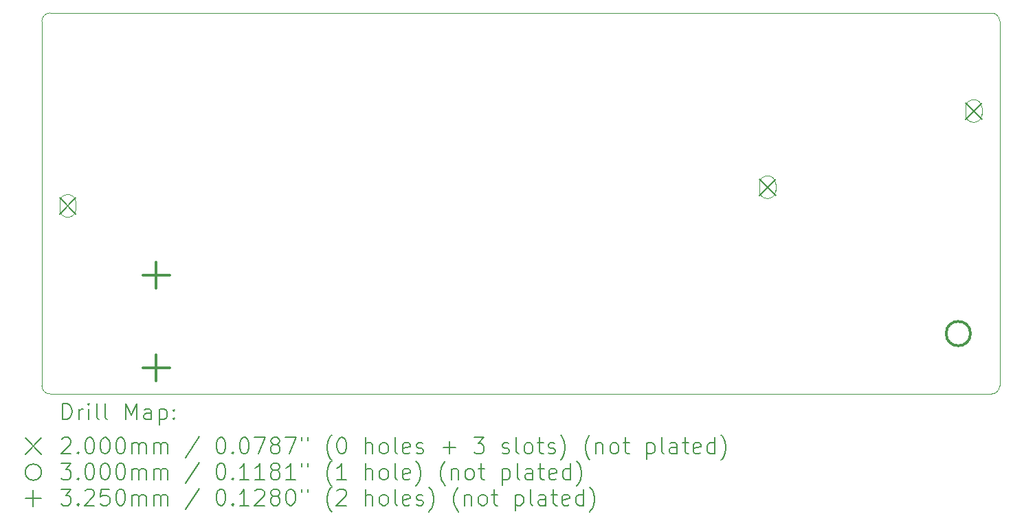
<source format=gbr>
%TF.GenerationSoftware,KiCad,Pcbnew,8.0.2-8.0.2-0~ubuntu22.04.1*%
%TF.CreationDate,2024-04-30T14:53:23+02:00*%
%TF.ProjectId,Drawer_Controller_v4,44726177-6572-45f4-936f-6e74726f6c6c,rev?*%
%TF.SameCoordinates,Original*%
%TF.FileFunction,Drillmap*%
%TF.FilePolarity,Positive*%
%FSLAX45Y45*%
G04 Gerber Fmt 4.5, Leading zero omitted, Abs format (unit mm)*
G04 Created by KiCad (PCBNEW 8.0.2-8.0.2-0~ubuntu22.04.1) date 2024-04-30 14:53:23*
%MOMM*%
%LPD*%
G01*
G04 APERTURE LIST*
%ADD10C,0.100000*%
%ADD11C,0.200000*%
%ADD12C,0.300000*%
%ADD13C,0.325000*%
G04 APERTURE END LIST*
D10*
X10100000Y-10000000D02*
X21700000Y-10000000D01*
X10000000Y-10100000D02*
G75*
G02*
X10100000Y-10000000I100000J0D01*
G01*
X21700000Y-10000000D02*
G75*
G02*
X21800000Y-10100000I0J-100000D01*
G01*
X21800000Y-10100000D02*
X21800000Y-14600000D01*
X10000000Y-10100000D02*
X10000000Y-14600000D01*
X21800000Y-14600000D02*
G75*
G02*
X21700000Y-14700000I-100000J0D01*
G01*
X10100000Y-14700000D02*
X21700000Y-14700000D01*
X10100000Y-14700000D02*
G75*
G02*
X10000000Y-14600000I0J100000D01*
G01*
D11*
X10220000Y-12280000D02*
X10420000Y-12480000D01*
X10420000Y-12280000D02*
X10220000Y-12480000D01*
D10*
X10220000Y-12340000D02*
X10220000Y-12420000D01*
X10420000Y-12420000D02*
G75*
G02*
X10220000Y-12420000I-100000J0D01*
G01*
X10420000Y-12420000D02*
X10420000Y-12340000D01*
X10420000Y-12340000D02*
G75*
G03*
X10220000Y-12340000I-100000J0D01*
G01*
D11*
X18840000Y-12050000D02*
X19040000Y-12250000D01*
X19040000Y-12050000D02*
X18840000Y-12250000D01*
D10*
X19040000Y-12190000D02*
X19040000Y-12110000D01*
X18840000Y-12110000D02*
G75*
G02*
X19040000Y-12110000I100000J0D01*
G01*
X18840000Y-12110000D02*
X18840000Y-12190000D01*
X18840000Y-12190000D02*
G75*
G03*
X19040000Y-12190000I100000J0D01*
G01*
D11*
X21380000Y-11110000D02*
X21580000Y-11310000D01*
X21580000Y-11110000D02*
X21380000Y-11310000D01*
D10*
X21580000Y-11250000D02*
X21580000Y-11170000D01*
X21380000Y-11170000D02*
G75*
G02*
X21580000Y-11170000I100000J0D01*
G01*
X21380000Y-11170000D02*
X21380000Y-11250000D01*
X21380000Y-11250000D02*
G75*
G03*
X21580000Y-11250000I100000J0D01*
G01*
D12*
X21440000Y-13955000D02*
G75*
G02*
X21140000Y-13955000I-150000J0D01*
G01*
X21140000Y-13955000D02*
G75*
G02*
X21440000Y-13955000I150000J0D01*
G01*
D13*
X11410000Y-13075000D02*
X11410000Y-13400000D01*
X11247500Y-13237500D02*
X11572500Y-13237500D01*
X11410000Y-14218000D02*
X11410000Y-14543000D01*
X11247500Y-14380500D02*
X11572500Y-14380500D01*
D11*
X10255777Y-15016484D02*
X10255777Y-14816484D01*
X10255777Y-14816484D02*
X10303396Y-14816484D01*
X10303396Y-14816484D02*
X10331967Y-14826008D01*
X10331967Y-14826008D02*
X10351015Y-14845055D01*
X10351015Y-14845055D02*
X10360539Y-14864103D01*
X10360539Y-14864103D02*
X10370063Y-14902198D01*
X10370063Y-14902198D02*
X10370063Y-14930769D01*
X10370063Y-14930769D02*
X10360539Y-14968865D01*
X10360539Y-14968865D02*
X10351015Y-14987912D01*
X10351015Y-14987912D02*
X10331967Y-15006960D01*
X10331967Y-15006960D02*
X10303396Y-15016484D01*
X10303396Y-15016484D02*
X10255777Y-15016484D01*
X10455777Y-15016484D02*
X10455777Y-14883150D01*
X10455777Y-14921246D02*
X10465301Y-14902198D01*
X10465301Y-14902198D02*
X10474824Y-14892674D01*
X10474824Y-14892674D02*
X10493872Y-14883150D01*
X10493872Y-14883150D02*
X10512920Y-14883150D01*
X10579586Y-15016484D02*
X10579586Y-14883150D01*
X10579586Y-14816484D02*
X10570063Y-14826008D01*
X10570063Y-14826008D02*
X10579586Y-14835531D01*
X10579586Y-14835531D02*
X10589110Y-14826008D01*
X10589110Y-14826008D02*
X10579586Y-14816484D01*
X10579586Y-14816484D02*
X10579586Y-14835531D01*
X10703396Y-15016484D02*
X10684348Y-15006960D01*
X10684348Y-15006960D02*
X10674824Y-14987912D01*
X10674824Y-14987912D02*
X10674824Y-14816484D01*
X10808158Y-15016484D02*
X10789110Y-15006960D01*
X10789110Y-15006960D02*
X10779586Y-14987912D01*
X10779586Y-14987912D02*
X10779586Y-14816484D01*
X11036729Y-15016484D02*
X11036729Y-14816484D01*
X11036729Y-14816484D02*
X11103396Y-14959341D01*
X11103396Y-14959341D02*
X11170063Y-14816484D01*
X11170063Y-14816484D02*
X11170063Y-15016484D01*
X11351015Y-15016484D02*
X11351015Y-14911722D01*
X11351015Y-14911722D02*
X11341491Y-14892674D01*
X11341491Y-14892674D02*
X11322443Y-14883150D01*
X11322443Y-14883150D02*
X11284348Y-14883150D01*
X11284348Y-14883150D02*
X11265301Y-14892674D01*
X11351015Y-15006960D02*
X11331967Y-15016484D01*
X11331967Y-15016484D02*
X11284348Y-15016484D01*
X11284348Y-15016484D02*
X11265301Y-15006960D01*
X11265301Y-15006960D02*
X11255777Y-14987912D01*
X11255777Y-14987912D02*
X11255777Y-14968865D01*
X11255777Y-14968865D02*
X11265301Y-14949817D01*
X11265301Y-14949817D02*
X11284348Y-14940293D01*
X11284348Y-14940293D02*
X11331967Y-14940293D01*
X11331967Y-14940293D02*
X11351015Y-14930769D01*
X11446253Y-14883150D02*
X11446253Y-15083150D01*
X11446253Y-14892674D02*
X11465301Y-14883150D01*
X11465301Y-14883150D02*
X11503396Y-14883150D01*
X11503396Y-14883150D02*
X11522443Y-14892674D01*
X11522443Y-14892674D02*
X11531967Y-14902198D01*
X11531967Y-14902198D02*
X11541491Y-14921246D01*
X11541491Y-14921246D02*
X11541491Y-14978388D01*
X11541491Y-14978388D02*
X11531967Y-14997436D01*
X11531967Y-14997436D02*
X11522443Y-15006960D01*
X11522443Y-15006960D02*
X11503396Y-15016484D01*
X11503396Y-15016484D02*
X11465301Y-15016484D01*
X11465301Y-15016484D02*
X11446253Y-15006960D01*
X11627205Y-14997436D02*
X11636729Y-15006960D01*
X11636729Y-15006960D02*
X11627205Y-15016484D01*
X11627205Y-15016484D02*
X11617682Y-15006960D01*
X11617682Y-15006960D02*
X11627205Y-14997436D01*
X11627205Y-14997436D02*
X11627205Y-15016484D01*
X11627205Y-14892674D02*
X11636729Y-14902198D01*
X11636729Y-14902198D02*
X11627205Y-14911722D01*
X11627205Y-14911722D02*
X11617682Y-14902198D01*
X11617682Y-14902198D02*
X11627205Y-14892674D01*
X11627205Y-14892674D02*
X11627205Y-14911722D01*
X9795000Y-15245000D02*
X9995000Y-15445000D01*
X9995000Y-15245000D02*
X9795000Y-15445000D01*
X10246253Y-15255531D02*
X10255777Y-15246008D01*
X10255777Y-15246008D02*
X10274824Y-15236484D01*
X10274824Y-15236484D02*
X10322444Y-15236484D01*
X10322444Y-15236484D02*
X10341491Y-15246008D01*
X10341491Y-15246008D02*
X10351015Y-15255531D01*
X10351015Y-15255531D02*
X10360539Y-15274579D01*
X10360539Y-15274579D02*
X10360539Y-15293627D01*
X10360539Y-15293627D02*
X10351015Y-15322198D01*
X10351015Y-15322198D02*
X10236729Y-15436484D01*
X10236729Y-15436484D02*
X10360539Y-15436484D01*
X10446253Y-15417436D02*
X10455777Y-15426960D01*
X10455777Y-15426960D02*
X10446253Y-15436484D01*
X10446253Y-15436484D02*
X10436729Y-15426960D01*
X10436729Y-15426960D02*
X10446253Y-15417436D01*
X10446253Y-15417436D02*
X10446253Y-15436484D01*
X10579586Y-15236484D02*
X10598634Y-15236484D01*
X10598634Y-15236484D02*
X10617682Y-15246008D01*
X10617682Y-15246008D02*
X10627205Y-15255531D01*
X10627205Y-15255531D02*
X10636729Y-15274579D01*
X10636729Y-15274579D02*
X10646253Y-15312674D01*
X10646253Y-15312674D02*
X10646253Y-15360293D01*
X10646253Y-15360293D02*
X10636729Y-15398388D01*
X10636729Y-15398388D02*
X10627205Y-15417436D01*
X10627205Y-15417436D02*
X10617682Y-15426960D01*
X10617682Y-15426960D02*
X10598634Y-15436484D01*
X10598634Y-15436484D02*
X10579586Y-15436484D01*
X10579586Y-15436484D02*
X10560539Y-15426960D01*
X10560539Y-15426960D02*
X10551015Y-15417436D01*
X10551015Y-15417436D02*
X10541491Y-15398388D01*
X10541491Y-15398388D02*
X10531967Y-15360293D01*
X10531967Y-15360293D02*
X10531967Y-15312674D01*
X10531967Y-15312674D02*
X10541491Y-15274579D01*
X10541491Y-15274579D02*
X10551015Y-15255531D01*
X10551015Y-15255531D02*
X10560539Y-15246008D01*
X10560539Y-15246008D02*
X10579586Y-15236484D01*
X10770063Y-15236484D02*
X10789110Y-15236484D01*
X10789110Y-15236484D02*
X10808158Y-15246008D01*
X10808158Y-15246008D02*
X10817682Y-15255531D01*
X10817682Y-15255531D02*
X10827205Y-15274579D01*
X10827205Y-15274579D02*
X10836729Y-15312674D01*
X10836729Y-15312674D02*
X10836729Y-15360293D01*
X10836729Y-15360293D02*
X10827205Y-15398388D01*
X10827205Y-15398388D02*
X10817682Y-15417436D01*
X10817682Y-15417436D02*
X10808158Y-15426960D01*
X10808158Y-15426960D02*
X10789110Y-15436484D01*
X10789110Y-15436484D02*
X10770063Y-15436484D01*
X10770063Y-15436484D02*
X10751015Y-15426960D01*
X10751015Y-15426960D02*
X10741491Y-15417436D01*
X10741491Y-15417436D02*
X10731967Y-15398388D01*
X10731967Y-15398388D02*
X10722444Y-15360293D01*
X10722444Y-15360293D02*
X10722444Y-15312674D01*
X10722444Y-15312674D02*
X10731967Y-15274579D01*
X10731967Y-15274579D02*
X10741491Y-15255531D01*
X10741491Y-15255531D02*
X10751015Y-15246008D01*
X10751015Y-15246008D02*
X10770063Y-15236484D01*
X10960539Y-15236484D02*
X10979586Y-15236484D01*
X10979586Y-15236484D02*
X10998634Y-15246008D01*
X10998634Y-15246008D02*
X11008158Y-15255531D01*
X11008158Y-15255531D02*
X11017682Y-15274579D01*
X11017682Y-15274579D02*
X11027205Y-15312674D01*
X11027205Y-15312674D02*
X11027205Y-15360293D01*
X11027205Y-15360293D02*
X11017682Y-15398388D01*
X11017682Y-15398388D02*
X11008158Y-15417436D01*
X11008158Y-15417436D02*
X10998634Y-15426960D01*
X10998634Y-15426960D02*
X10979586Y-15436484D01*
X10979586Y-15436484D02*
X10960539Y-15436484D01*
X10960539Y-15436484D02*
X10941491Y-15426960D01*
X10941491Y-15426960D02*
X10931967Y-15417436D01*
X10931967Y-15417436D02*
X10922444Y-15398388D01*
X10922444Y-15398388D02*
X10912920Y-15360293D01*
X10912920Y-15360293D02*
X10912920Y-15312674D01*
X10912920Y-15312674D02*
X10922444Y-15274579D01*
X10922444Y-15274579D02*
X10931967Y-15255531D01*
X10931967Y-15255531D02*
X10941491Y-15246008D01*
X10941491Y-15246008D02*
X10960539Y-15236484D01*
X11112920Y-15436484D02*
X11112920Y-15303150D01*
X11112920Y-15322198D02*
X11122444Y-15312674D01*
X11122444Y-15312674D02*
X11141491Y-15303150D01*
X11141491Y-15303150D02*
X11170063Y-15303150D01*
X11170063Y-15303150D02*
X11189110Y-15312674D01*
X11189110Y-15312674D02*
X11198634Y-15331722D01*
X11198634Y-15331722D02*
X11198634Y-15436484D01*
X11198634Y-15331722D02*
X11208158Y-15312674D01*
X11208158Y-15312674D02*
X11227205Y-15303150D01*
X11227205Y-15303150D02*
X11255777Y-15303150D01*
X11255777Y-15303150D02*
X11274824Y-15312674D01*
X11274824Y-15312674D02*
X11284348Y-15331722D01*
X11284348Y-15331722D02*
X11284348Y-15436484D01*
X11379586Y-15436484D02*
X11379586Y-15303150D01*
X11379586Y-15322198D02*
X11389110Y-15312674D01*
X11389110Y-15312674D02*
X11408158Y-15303150D01*
X11408158Y-15303150D02*
X11436729Y-15303150D01*
X11436729Y-15303150D02*
X11455777Y-15312674D01*
X11455777Y-15312674D02*
X11465301Y-15331722D01*
X11465301Y-15331722D02*
X11465301Y-15436484D01*
X11465301Y-15331722D02*
X11474824Y-15312674D01*
X11474824Y-15312674D02*
X11493872Y-15303150D01*
X11493872Y-15303150D02*
X11522443Y-15303150D01*
X11522443Y-15303150D02*
X11541491Y-15312674D01*
X11541491Y-15312674D02*
X11551015Y-15331722D01*
X11551015Y-15331722D02*
X11551015Y-15436484D01*
X11941491Y-15226960D02*
X11770063Y-15484103D01*
X12198634Y-15236484D02*
X12217682Y-15236484D01*
X12217682Y-15236484D02*
X12236729Y-15246008D01*
X12236729Y-15246008D02*
X12246253Y-15255531D01*
X12246253Y-15255531D02*
X12255777Y-15274579D01*
X12255777Y-15274579D02*
X12265301Y-15312674D01*
X12265301Y-15312674D02*
X12265301Y-15360293D01*
X12265301Y-15360293D02*
X12255777Y-15398388D01*
X12255777Y-15398388D02*
X12246253Y-15417436D01*
X12246253Y-15417436D02*
X12236729Y-15426960D01*
X12236729Y-15426960D02*
X12217682Y-15436484D01*
X12217682Y-15436484D02*
X12198634Y-15436484D01*
X12198634Y-15436484D02*
X12179586Y-15426960D01*
X12179586Y-15426960D02*
X12170063Y-15417436D01*
X12170063Y-15417436D02*
X12160539Y-15398388D01*
X12160539Y-15398388D02*
X12151015Y-15360293D01*
X12151015Y-15360293D02*
X12151015Y-15312674D01*
X12151015Y-15312674D02*
X12160539Y-15274579D01*
X12160539Y-15274579D02*
X12170063Y-15255531D01*
X12170063Y-15255531D02*
X12179586Y-15246008D01*
X12179586Y-15246008D02*
X12198634Y-15236484D01*
X12351015Y-15417436D02*
X12360539Y-15426960D01*
X12360539Y-15426960D02*
X12351015Y-15436484D01*
X12351015Y-15436484D02*
X12341491Y-15426960D01*
X12341491Y-15426960D02*
X12351015Y-15417436D01*
X12351015Y-15417436D02*
X12351015Y-15436484D01*
X12484348Y-15236484D02*
X12503396Y-15236484D01*
X12503396Y-15236484D02*
X12522444Y-15246008D01*
X12522444Y-15246008D02*
X12531967Y-15255531D01*
X12531967Y-15255531D02*
X12541491Y-15274579D01*
X12541491Y-15274579D02*
X12551015Y-15312674D01*
X12551015Y-15312674D02*
X12551015Y-15360293D01*
X12551015Y-15360293D02*
X12541491Y-15398388D01*
X12541491Y-15398388D02*
X12531967Y-15417436D01*
X12531967Y-15417436D02*
X12522444Y-15426960D01*
X12522444Y-15426960D02*
X12503396Y-15436484D01*
X12503396Y-15436484D02*
X12484348Y-15436484D01*
X12484348Y-15436484D02*
X12465301Y-15426960D01*
X12465301Y-15426960D02*
X12455777Y-15417436D01*
X12455777Y-15417436D02*
X12446253Y-15398388D01*
X12446253Y-15398388D02*
X12436729Y-15360293D01*
X12436729Y-15360293D02*
X12436729Y-15312674D01*
X12436729Y-15312674D02*
X12446253Y-15274579D01*
X12446253Y-15274579D02*
X12455777Y-15255531D01*
X12455777Y-15255531D02*
X12465301Y-15246008D01*
X12465301Y-15246008D02*
X12484348Y-15236484D01*
X12617682Y-15236484D02*
X12751015Y-15236484D01*
X12751015Y-15236484D02*
X12665301Y-15436484D01*
X12855777Y-15322198D02*
X12836729Y-15312674D01*
X12836729Y-15312674D02*
X12827206Y-15303150D01*
X12827206Y-15303150D02*
X12817682Y-15284103D01*
X12817682Y-15284103D02*
X12817682Y-15274579D01*
X12817682Y-15274579D02*
X12827206Y-15255531D01*
X12827206Y-15255531D02*
X12836729Y-15246008D01*
X12836729Y-15246008D02*
X12855777Y-15236484D01*
X12855777Y-15236484D02*
X12893872Y-15236484D01*
X12893872Y-15236484D02*
X12912920Y-15246008D01*
X12912920Y-15246008D02*
X12922444Y-15255531D01*
X12922444Y-15255531D02*
X12931967Y-15274579D01*
X12931967Y-15274579D02*
X12931967Y-15284103D01*
X12931967Y-15284103D02*
X12922444Y-15303150D01*
X12922444Y-15303150D02*
X12912920Y-15312674D01*
X12912920Y-15312674D02*
X12893872Y-15322198D01*
X12893872Y-15322198D02*
X12855777Y-15322198D01*
X12855777Y-15322198D02*
X12836729Y-15331722D01*
X12836729Y-15331722D02*
X12827206Y-15341246D01*
X12827206Y-15341246D02*
X12817682Y-15360293D01*
X12817682Y-15360293D02*
X12817682Y-15398388D01*
X12817682Y-15398388D02*
X12827206Y-15417436D01*
X12827206Y-15417436D02*
X12836729Y-15426960D01*
X12836729Y-15426960D02*
X12855777Y-15436484D01*
X12855777Y-15436484D02*
X12893872Y-15436484D01*
X12893872Y-15436484D02*
X12912920Y-15426960D01*
X12912920Y-15426960D02*
X12922444Y-15417436D01*
X12922444Y-15417436D02*
X12931967Y-15398388D01*
X12931967Y-15398388D02*
X12931967Y-15360293D01*
X12931967Y-15360293D02*
X12922444Y-15341246D01*
X12922444Y-15341246D02*
X12912920Y-15331722D01*
X12912920Y-15331722D02*
X12893872Y-15322198D01*
X12998634Y-15236484D02*
X13131967Y-15236484D01*
X13131967Y-15236484D02*
X13046253Y-15436484D01*
X13198634Y-15236484D02*
X13198634Y-15274579D01*
X13274825Y-15236484D02*
X13274825Y-15274579D01*
X13570063Y-15512674D02*
X13560539Y-15503150D01*
X13560539Y-15503150D02*
X13541491Y-15474579D01*
X13541491Y-15474579D02*
X13531968Y-15455531D01*
X13531968Y-15455531D02*
X13522444Y-15426960D01*
X13522444Y-15426960D02*
X13512920Y-15379341D01*
X13512920Y-15379341D02*
X13512920Y-15341246D01*
X13512920Y-15341246D02*
X13522444Y-15293627D01*
X13522444Y-15293627D02*
X13531968Y-15265055D01*
X13531968Y-15265055D02*
X13541491Y-15246008D01*
X13541491Y-15246008D02*
X13560539Y-15217436D01*
X13560539Y-15217436D02*
X13570063Y-15207912D01*
X13684348Y-15236484D02*
X13703396Y-15236484D01*
X13703396Y-15236484D02*
X13722444Y-15246008D01*
X13722444Y-15246008D02*
X13731968Y-15255531D01*
X13731968Y-15255531D02*
X13741491Y-15274579D01*
X13741491Y-15274579D02*
X13751015Y-15312674D01*
X13751015Y-15312674D02*
X13751015Y-15360293D01*
X13751015Y-15360293D02*
X13741491Y-15398388D01*
X13741491Y-15398388D02*
X13731968Y-15417436D01*
X13731968Y-15417436D02*
X13722444Y-15426960D01*
X13722444Y-15426960D02*
X13703396Y-15436484D01*
X13703396Y-15436484D02*
X13684348Y-15436484D01*
X13684348Y-15436484D02*
X13665301Y-15426960D01*
X13665301Y-15426960D02*
X13655777Y-15417436D01*
X13655777Y-15417436D02*
X13646253Y-15398388D01*
X13646253Y-15398388D02*
X13636729Y-15360293D01*
X13636729Y-15360293D02*
X13636729Y-15312674D01*
X13636729Y-15312674D02*
X13646253Y-15274579D01*
X13646253Y-15274579D02*
X13655777Y-15255531D01*
X13655777Y-15255531D02*
X13665301Y-15246008D01*
X13665301Y-15246008D02*
X13684348Y-15236484D01*
X13989110Y-15436484D02*
X13989110Y-15236484D01*
X14074825Y-15436484D02*
X14074825Y-15331722D01*
X14074825Y-15331722D02*
X14065301Y-15312674D01*
X14065301Y-15312674D02*
X14046253Y-15303150D01*
X14046253Y-15303150D02*
X14017682Y-15303150D01*
X14017682Y-15303150D02*
X13998634Y-15312674D01*
X13998634Y-15312674D02*
X13989110Y-15322198D01*
X14198634Y-15436484D02*
X14179587Y-15426960D01*
X14179587Y-15426960D02*
X14170063Y-15417436D01*
X14170063Y-15417436D02*
X14160539Y-15398388D01*
X14160539Y-15398388D02*
X14160539Y-15341246D01*
X14160539Y-15341246D02*
X14170063Y-15322198D01*
X14170063Y-15322198D02*
X14179587Y-15312674D01*
X14179587Y-15312674D02*
X14198634Y-15303150D01*
X14198634Y-15303150D02*
X14227206Y-15303150D01*
X14227206Y-15303150D02*
X14246253Y-15312674D01*
X14246253Y-15312674D02*
X14255777Y-15322198D01*
X14255777Y-15322198D02*
X14265301Y-15341246D01*
X14265301Y-15341246D02*
X14265301Y-15398388D01*
X14265301Y-15398388D02*
X14255777Y-15417436D01*
X14255777Y-15417436D02*
X14246253Y-15426960D01*
X14246253Y-15426960D02*
X14227206Y-15436484D01*
X14227206Y-15436484D02*
X14198634Y-15436484D01*
X14379587Y-15436484D02*
X14360539Y-15426960D01*
X14360539Y-15426960D02*
X14351015Y-15407912D01*
X14351015Y-15407912D02*
X14351015Y-15236484D01*
X14531968Y-15426960D02*
X14512920Y-15436484D01*
X14512920Y-15436484D02*
X14474825Y-15436484D01*
X14474825Y-15436484D02*
X14455777Y-15426960D01*
X14455777Y-15426960D02*
X14446253Y-15407912D01*
X14446253Y-15407912D02*
X14446253Y-15331722D01*
X14446253Y-15331722D02*
X14455777Y-15312674D01*
X14455777Y-15312674D02*
X14474825Y-15303150D01*
X14474825Y-15303150D02*
X14512920Y-15303150D01*
X14512920Y-15303150D02*
X14531968Y-15312674D01*
X14531968Y-15312674D02*
X14541491Y-15331722D01*
X14541491Y-15331722D02*
X14541491Y-15350769D01*
X14541491Y-15350769D02*
X14446253Y-15369817D01*
X14617682Y-15426960D02*
X14636730Y-15436484D01*
X14636730Y-15436484D02*
X14674825Y-15436484D01*
X14674825Y-15436484D02*
X14693872Y-15426960D01*
X14693872Y-15426960D02*
X14703396Y-15407912D01*
X14703396Y-15407912D02*
X14703396Y-15398388D01*
X14703396Y-15398388D02*
X14693872Y-15379341D01*
X14693872Y-15379341D02*
X14674825Y-15369817D01*
X14674825Y-15369817D02*
X14646253Y-15369817D01*
X14646253Y-15369817D02*
X14627206Y-15360293D01*
X14627206Y-15360293D02*
X14617682Y-15341246D01*
X14617682Y-15341246D02*
X14617682Y-15331722D01*
X14617682Y-15331722D02*
X14627206Y-15312674D01*
X14627206Y-15312674D02*
X14646253Y-15303150D01*
X14646253Y-15303150D02*
X14674825Y-15303150D01*
X14674825Y-15303150D02*
X14693872Y-15312674D01*
X14941492Y-15360293D02*
X15093873Y-15360293D01*
X15017682Y-15436484D02*
X15017682Y-15284103D01*
X15322444Y-15236484D02*
X15446253Y-15236484D01*
X15446253Y-15236484D02*
X15379587Y-15312674D01*
X15379587Y-15312674D02*
X15408158Y-15312674D01*
X15408158Y-15312674D02*
X15427206Y-15322198D01*
X15427206Y-15322198D02*
X15436730Y-15331722D01*
X15436730Y-15331722D02*
X15446253Y-15350769D01*
X15446253Y-15350769D02*
X15446253Y-15398388D01*
X15446253Y-15398388D02*
X15436730Y-15417436D01*
X15436730Y-15417436D02*
X15427206Y-15426960D01*
X15427206Y-15426960D02*
X15408158Y-15436484D01*
X15408158Y-15436484D02*
X15351015Y-15436484D01*
X15351015Y-15436484D02*
X15331968Y-15426960D01*
X15331968Y-15426960D02*
X15322444Y-15417436D01*
X15674825Y-15426960D02*
X15693873Y-15436484D01*
X15693873Y-15436484D02*
X15731968Y-15436484D01*
X15731968Y-15436484D02*
X15751015Y-15426960D01*
X15751015Y-15426960D02*
X15760539Y-15407912D01*
X15760539Y-15407912D02*
X15760539Y-15398388D01*
X15760539Y-15398388D02*
X15751015Y-15379341D01*
X15751015Y-15379341D02*
X15731968Y-15369817D01*
X15731968Y-15369817D02*
X15703396Y-15369817D01*
X15703396Y-15369817D02*
X15684349Y-15360293D01*
X15684349Y-15360293D02*
X15674825Y-15341246D01*
X15674825Y-15341246D02*
X15674825Y-15331722D01*
X15674825Y-15331722D02*
X15684349Y-15312674D01*
X15684349Y-15312674D02*
X15703396Y-15303150D01*
X15703396Y-15303150D02*
X15731968Y-15303150D01*
X15731968Y-15303150D02*
X15751015Y-15312674D01*
X15874825Y-15436484D02*
X15855777Y-15426960D01*
X15855777Y-15426960D02*
X15846254Y-15407912D01*
X15846254Y-15407912D02*
X15846254Y-15236484D01*
X15979587Y-15436484D02*
X15960539Y-15426960D01*
X15960539Y-15426960D02*
X15951015Y-15417436D01*
X15951015Y-15417436D02*
X15941492Y-15398388D01*
X15941492Y-15398388D02*
X15941492Y-15341246D01*
X15941492Y-15341246D02*
X15951015Y-15322198D01*
X15951015Y-15322198D02*
X15960539Y-15312674D01*
X15960539Y-15312674D02*
X15979587Y-15303150D01*
X15979587Y-15303150D02*
X16008158Y-15303150D01*
X16008158Y-15303150D02*
X16027206Y-15312674D01*
X16027206Y-15312674D02*
X16036730Y-15322198D01*
X16036730Y-15322198D02*
X16046254Y-15341246D01*
X16046254Y-15341246D02*
X16046254Y-15398388D01*
X16046254Y-15398388D02*
X16036730Y-15417436D01*
X16036730Y-15417436D02*
X16027206Y-15426960D01*
X16027206Y-15426960D02*
X16008158Y-15436484D01*
X16008158Y-15436484D02*
X15979587Y-15436484D01*
X16103396Y-15303150D02*
X16179587Y-15303150D01*
X16131968Y-15236484D02*
X16131968Y-15407912D01*
X16131968Y-15407912D02*
X16141492Y-15426960D01*
X16141492Y-15426960D02*
X16160539Y-15436484D01*
X16160539Y-15436484D02*
X16179587Y-15436484D01*
X16236730Y-15426960D02*
X16255777Y-15436484D01*
X16255777Y-15436484D02*
X16293873Y-15436484D01*
X16293873Y-15436484D02*
X16312920Y-15426960D01*
X16312920Y-15426960D02*
X16322444Y-15407912D01*
X16322444Y-15407912D02*
X16322444Y-15398388D01*
X16322444Y-15398388D02*
X16312920Y-15379341D01*
X16312920Y-15379341D02*
X16293873Y-15369817D01*
X16293873Y-15369817D02*
X16265301Y-15369817D01*
X16265301Y-15369817D02*
X16246254Y-15360293D01*
X16246254Y-15360293D02*
X16236730Y-15341246D01*
X16236730Y-15341246D02*
X16236730Y-15331722D01*
X16236730Y-15331722D02*
X16246254Y-15312674D01*
X16246254Y-15312674D02*
X16265301Y-15303150D01*
X16265301Y-15303150D02*
X16293873Y-15303150D01*
X16293873Y-15303150D02*
X16312920Y-15312674D01*
X16389111Y-15512674D02*
X16398635Y-15503150D01*
X16398635Y-15503150D02*
X16417682Y-15474579D01*
X16417682Y-15474579D02*
X16427206Y-15455531D01*
X16427206Y-15455531D02*
X16436730Y-15426960D01*
X16436730Y-15426960D02*
X16446254Y-15379341D01*
X16446254Y-15379341D02*
X16446254Y-15341246D01*
X16446254Y-15341246D02*
X16436730Y-15293627D01*
X16436730Y-15293627D02*
X16427206Y-15265055D01*
X16427206Y-15265055D02*
X16417682Y-15246008D01*
X16417682Y-15246008D02*
X16398635Y-15217436D01*
X16398635Y-15217436D02*
X16389111Y-15207912D01*
X16751016Y-15512674D02*
X16741492Y-15503150D01*
X16741492Y-15503150D02*
X16722444Y-15474579D01*
X16722444Y-15474579D02*
X16712920Y-15455531D01*
X16712920Y-15455531D02*
X16703396Y-15426960D01*
X16703396Y-15426960D02*
X16693873Y-15379341D01*
X16693873Y-15379341D02*
X16693873Y-15341246D01*
X16693873Y-15341246D02*
X16703396Y-15293627D01*
X16703396Y-15293627D02*
X16712920Y-15265055D01*
X16712920Y-15265055D02*
X16722444Y-15246008D01*
X16722444Y-15246008D02*
X16741492Y-15217436D01*
X16741492Y-15217436D02*
X16751016Y-15207912D01*
X16827206Y-15303150D02*
X16827206Y-15436484D01*
X16827206Y-15322198D02*
X16836730Y-15312674D01*
X16836730Y-15312674D02*
X16855777Y-15303150D01*
X16855777Y-15303150D02*
X16884349Y-15303150D01*
X16884349Y-15303150D02*
X16903397Y-15312674D01*
X16903397Y-15312674D02*
X16912920Y-15331722D01*
X16912920Y-15331722D02*
X16912920Y-15436484D01*
X17036730Y-15436484D02*
X17017682Y-15426960D01*
X17017682Y-15426960D02*
X17008158Y-15417436D01*
X17008158Y-15417436D02*
X16998635Y-15398388D01*
X16998635Y-15398388D02*
X16998635Y-15341246D01*
X16998635Y-15341246D02*
X17008158Y-15322198D01*
X17008158Y-15322198D02*
X17017682Y-15312674D01*
X17017682Y-15312674D02*
X17036730Y-15303150D01*
X17036730Y-15303150D02*
X17065301Y-15303150D01*
X17065301Y-15303150D02*
X17084349Y-15312674D01*
X17084349Y-15312674D02*
X17093873Y-15322198D01*
X17093873Y-15322198D02*
X17103397Y-15341246D01*
X17103397Y-15341246D02*
X17103397Y-15398388D01*
X17103397Y-15398388D02*
X17093873Y-15417436D01*
X17093873Y-15417436D02*
X17084349Y-15426960D01*
X17084349Y-15426960D02*
X17065301Y-15436484D01*
X17065301Y-15436484D02*
X17036730Y-15436484D01*
X17160539Y-15303150D02*
X17236730Y-15303150D01*
X17189111Y-15236484D02*
X17189111Y-15407912D01*
X17189111Y-15407912D02*
X17198635Y-15426960D01*
X17198635Y-15426960D02*
X17217682Y-15436484D01*
X17217682Y-15436484D02*
X17236730Y-15436484D01*
X17455778Y-15303150D02*
X17455778Y-15503150D01*
X17455778Y-15312674D02*
X17474825Y-15303150D01*
X17474825Y-15303150D02*
X17512920Y-15303150D01*
X17512920Y-15303150D02*
X17531968Y-15312674D01*
X17531968Y-15312674D02*
X17541492Y-15322198D01*
X17541492Y-15322198D02*
X17551016Y-15341246D01*
X17551016Y-15341246D02*
X17551016Y-15398388D01*
X17551016Y-15398388D02*
X17541492Y-15417436D01*
X17541492Y-15417436D02*
X17531968Y-15426960D01*
X17531968Y-15426960D02*
X17512920Y-15436484D01*
X17512920Y-15436484D02*
X17474825Y-15436484D01*
X17474825Y-15436484D02*
X17455778Y-15426960D01*
X17665301Y-15436484D02*
X17646254Y-15426960D01*
X17646254Y-15426960D02*
X17636730Y-15407912D01*
X17636730Y-15407912D02*
X17636730Y-15236484D01*
X17827206Y-15436484D02*
X17827206Y-15331722D01*
X17827206Y-15331722D02*
X17817682Y-15312674D01*
X17817682Y-15312674D02*
X17798635Y-15303150D01*
X17798635Y-15303150D02*
X17760539Y-15303150D01*
X17760539Y-15303150D02*
X17741492Y-15312674D01*
X17827206Y-15426960D02*
X17808159Y-15436484D01*
X17808159Y-15436484D02*
X17760539Y-15436484D01*
X17760539Y-15436484D02*
X17741492Y-15426960D01*
X17741492Y-15426960D02*
X17731968Y-15407912D01*
X17731968Y-15407912D02*
X17731968Y-15388865D01*
X17731968Y-15388865D02*
X17741492Y-15369817D01*
X17741492Y-15369817D02*
X17760539Y-15360293D01*
X17760539Y-15360293D02*
X17808159Y-15360293D01*
X17808159Y-15360293D02*
X17827206Y-15350769D01*
X17893873Y-15303150D02*
X17970063Y-15303150D01*
X17922444Y-15236484D02*
X17922444Y-15407912D01*
X17922444Y-15407912D02*
X17931968Y-15426960D01*
X17931968Y-15426960D02*
X17951016Y-15436484D01*
X17951016Y-15436484D02*
X17970063Y-15436484D01*
X18112920Y-15426960D02*
X18093873Y-15436484D01*
X18093873Y-15436484D02*
X18055778Y-15436484D01*
X18055778Y-15436484D02*
X18036730Y-15426960D01*
X18036730Y-15426960D02*
X18027206Y-15407912D01*
X18027206Y-15407912D02*
X18027206Y-15331722D01*
X18027206Y-15331722D02*
X18036730Y-15312674D01*
X18036730Y-15312674D02*
X18055778Y-15303150D01*
X18055778Y-15303150D02*
X18093873Y-15303150D01*
X18093873Y-15303150D02*
X18112920Y-15312674D01*
X18112920Y-15312674D02*
X18122444Y-15331722D01*
X18122444Y-15331722D02*
X18122444Y-15350769D01*
X18122444Y-15350769D02*
X18027206Y-15369817D01*
X18293873Y-15436484D02*
X18293873Y-15236484D01*
X18293873Y-15426960D02*
X18274825Y-15436484D01*
X18274825Y-15436484D02*
X18236730Y-15436484D01*
X18236730Y-15436484D02*
X18217682Y-15426960D01*
X18217682Y-15426960D02*
X18208159Y-15417436D01*
X18208159Y-15417436D02*
X18198635Y-15398388D01*
X18198635Y-15398388D02*
X18198635Y-15341246D01*
X18198635Y-15341246D02*
X18208159Y-15322198D01*
X18208159Y-15322198D02*
X18217682Y-15312674D01*
X18217682Y-15312674D02*
X18236730Y-15303150D01*
X18236730Y-15303150D02*
X18274825Y-15303150D01*
X18274825Y-15303150D02*
X18293873Y-15312674D01*
X18370063Y-15512674D02*
X18379587Y-15503150D01*
X18379587Y-15503150D02*
X18398635Y-15474579D01*
X18398635Y-15474579D02*
X18408159Y-15455531D01*
X18408159Y-15455531D02*
X18417682Y-15426960D01*
X18417682Y-15426960D02*
X18427206Y-15379341D01*
X18427206Y-15379341D02*
X18427206Y-15341246D01*
X18427206Y-15341246D02*
X18417682Y-15293627D01*
X18417682Y-15293627D02*
X18408159Y-15265055D01*
X18408159Y-15265055D02*
X18398635Y-15246008D01*
X18398635Y-15246008D02*
X18379587Y-15217436D01*
X18379587Y-15217436D02*
X18370063Y-15207912D01*
X9995000Y-15665000D02*
G75*
G02*
X9795000Y-15665000I-100000J0D01*
G01*
X9795000Y-15665000D02*
G75*
G02*
X9995000Y-15665000I100000J0D01*
G01*
X10236729Y-15556484D02*
X10360539Y-15556484D01*
X10360539Y-15556484D02*
X10293872Y-15632674D01*
X10293872Y-15632674D02*
X10322444Y-15632674D01*
X10322444Y-15632674D02*
X10341491Y-15642198D01*
X10341491Y-15642198D02*
X10351015Y-15651722D01*
X10351015Y-15651722D02*
X10360539Y-15670769D01*
X10360539Y-15670769D02*
X10360539Y-15718388D01*
X10360539Y-15718388D02*
X10351015Y-15737436D01*
X10351015Y-15737436D02*
X10341491Y-15746960D01*
X10341491Y-15746960D02*
X10322444Y-15756484D01*
X10322444Y-15756484D02*
X10265301Y-15756484D01*
X10265301Y-15756484D02*
X10246253Y-15746960D01*
X10246253Y-15746960D02*
X10236729Y-15737436D01*
X10446253Y-15737436D02*
X10455777Y-15746960D01*
X10455777Y-15746960D02*
X10446253Y-15756484D01*
X10446253Y-15756484D02*
X10436729Y-15746960D01*
X10436729Y-15746960D02*
X10446253Y-15737436D01*
X10446253Y-15737436D02*
X10446253Y-15756484D01*
X10579586Y-15556484D02*
X10598634Y-15556484D01*
X10598634Y-15556484D02*
X10617682Y-15566008D01*
X10617682Y-15566008D02*
X10627205Y-15575531D01*
X10627205Y-15575531D02*
X10636729Y-15594579D01*
X10636729Y-15594579D02*
X10646253Y-15632674D01*
X10646253Y-15632674D02*
X10646253Y-15680293D01*
X10646253Y-15680293D02*
X10636729Y-15718388D01*
X10636729Y-15718388D02*
X10627205Y-15737436D01*
X10627205Y-15737436D02*
X10617682Y-15746960D01*
X10617682Y-15746960D02*
X10598634Y-15756484D01*
X10598634Y-15756484D02*
X10579586Y-15756484D01*
X10579586Y-15756484D02*
X10560539Y-15746960D01*
X10560539Y-15746960D02*
X10551015Y-15737436D01*
X10551015Y-15737436D02*
X10541491Y-15718388D01*
X10541491Y-15718388D02*
X10531967Y-15680293D01*
X10531967Y-15680293D02*
X10531967Y-15632674D01*
X10531967Y-15632674D02*
X10541491Y-15594579D01*
X10541491Y-15594579D02*
X10551015Y-15575531D01*
X10551015Y-15575531D02*
X10560539Y-15566008D01*
X10560539Y-15566008D02*
X10579586Y-15556484D01*
X10770063Y-15556484D02*
X10789110Y-15556484D01*
X10789110Y-15556484D02*
X10808158Y-15566008D01*
X10808158Y-15566008D02*
X10817682Y-15575531D01*
X10817682Y-15575531D02*
X10827205Y-15594579D01*
X10827205Y-15594579D02*
X10836729Y-15632674D01*
X10836729Y-15632674D02*
X10836729Y-15680293D01*
X10836729Y-15680293D02*
X10827205Y-15718388D01*
X10827205Y-15718388D02*
X10817682Y-15737436D01*
X10817682Y-15737436D02*
X10808158Y-15746960D01*
X10808158Y-15746960D02*
X10789110Y-15756484D01*
X10789110Y-15756484D02*
X10770063Y-15756484D01*
X10770063Y-15756484D02*
X10751015Y-15746960D01*
X10751015Y-15746960D02*
X10741491Y-15737436D01*
X10741491Y-15737436D02*
X10731967Y-15718388D01*
X10731967Y-15718388D02*
X10722444Y-15680293D01*
X10722444Y-15680293D02*
X10722444Y-15632674D01*
X10722444Y-15632674D02*
X10731967Y-15594579D01*
X10731967Y-15594579D02*
X10741491Y-15575531D01*
X10741491Y-15575531D02*
X10751015Y-15566008D01*
X10751015Y-15566008D02*
X10770063Y-15556484D01*
X10960539Y-15556484D02*
X10979586Y-15556484D01*
X10979586Y-15556484D02*
X10998634Y-15566008D01*
X10998634Y-15566008D02*
X11008158Y-15575531D01*
X11008158Y-15575531D02*
X11017682Y-15594579D01*
X11017682Y-15594579D02*
X11027205Y-15632674D01*
X11027205Y-15632674D02*
X11027205Y-15680293D01*
X11027205Y-15680293D02*
X11017682Y-15718388D01*
X11017682Y-15718388D02*
X11008158Y-15737436D01*
X11008158Y-15737436D02*
X10998634Y-15746960D01*
X10998634Y-15746960D02*
X10979586Y-15756484D01*
X10979586Y-15756484D02*
X10960539Y-15756484D01*
X10960539Y-15756484D02*
X10941491Y-15746960D01*
X10941491Y-15746960D02*
X10931967Y-15737436D01*
X10931967Y-15737436D02*
X10922444Y-15718388D01*
X10922444Y-15718388D02*
X10912920Y-15680293D01*
X10912920Y-15680293D02*
X10912920Y-15632674D01*
X10912920Y-15632674D02*
X10922444Y-15594579D01*
X10922444Y-15594579D02*
X10931967Y-15575531D01*
X10931967Y-15575531D02*
X10941491Y-15566008D01*
X10941491Y-15566008D02*
X10960539Y-15556484D01*
X11112920Y-15756484D02*
X11112920Y-15623150D01*
X11112920Y-15642198D02*
X11122444Y-15632674D01*
X11122444Y-15632674D02*
X11141491Y-15623150D01*
X11141491Y-15623150D02*
X11170063Y-15623150D01*
X11170063Y-15623150D02*
X11189110Y-15632674D01*
X11189110Y-15632674D02*
X11198634Y-15651722D01*
X11198634Y-15651722D02*
X11198634Y-15756484D01*
X11198634Y-15651722D02*
X11208158Y-15632674D01*
X11208158Y-15632674D02*
X11227205Y-15623150D01*
X11227205Y-15623150D02*
X11255777Y-15623150D01*
X11255777Y-15623150D02*
X11274824Y-15632674D01*
X11274824Y-15632674D02*
X11284348Y-15651722D01*
X11284348Y-15651722D02*
X11284348Y-15756484D01*
X11379586Y-15756484D02*
X11379586Y-15623150D01*
X11379586Y-15642198D02*
X11389110Y-15632674D01*
X11389110Y-15632674D02*
X11408158Y-15623150D01*
X11408158Y-15623150D02*
X11436729Y-15623150D01*
X11436729Y-15623150D02*
X11455777Y-15632674D01*
X11455777Y-15632674D02*
X11465301Y-15651722D01*
X11465301Y-15651722D02*
X11465301Y-15756484D01*
X11465301Y-15651722D02*
X11474824Y-15632674D01*
X11474824Y-15632674D02*
X11493872Y-15623150D01*
X11493872Y-15623150D02*
X11522443Y-15623150D01*
X11522443Y-15623150D02*
X11541491Y-15632674D01*
X11541491Y-15632674D02*
X11551015Y-15651722D01*
X11551015Y-15651722D02*
X11551015Y-15756484D01*
X11941491Y-15546960D02*
X11770063Y-15804103D01*
X12198634Y-15556484D02*
X12217682Y-15556484D01*
X12217682Y-15556484D02*
X12236729Y-15566008D01*
X12236729Y-15566008D02*
X12246253Y-15575531D01*
X12246253Y-15575531D02*
X12255777Y-15594579D01*
X12255777Y-15594579D02*
X12265301Y-15632674D01*
X12265301Y-15632674D02*
X12265301Y-15680293D01*
X12265301Y-15680293D02*
X12255777Y-15718388D01*
X12255777Y-15718388D02*
X12246253Y-15737436D01*
X12246253Y-15737436D02*
X12236729Y-15746960D01*
X12236729Y-15746960D02*
X12217682Y-15756484D01*
X12217682Y-15756484D02*
X12198634Y-15756484D01*
X12198634Y-15756484D02*
X12179586Y-15746960D01*
X12179586Y-15746960D02*
X12170063Y-15737436D01*
X12170063Y-15737436D02*
X12160539Y-15718388D01*
X12160539Y-15718388D02*
X12151015Y-15680293D01*
X12151015Y-15680293D02*
X12151015Y-15632674D01*
X12151015Y-15632674D02*
X12160539Y-15594579D01*
X12160539Y-15594579D02*
X12170063Y-15575531D01*
X12170063Y-15575531D02*
X12179586Y-15566008D01*
X12179586Y-15566008D02*
X12198634Y-15556484D01*
X12351015Y-15737436D02*
X12360539Y-15746960D01*
X12360539Y-15746960D02*
X12351015Y-15756484D01*
X12351015Y-15756484D02*
X12341491Y-15746960D01*
X12341491Y-15746960D02*
X12351015Y-15737436D01*
X12351015Y-15737436D02*
X12351015Y-15756484D01*
X12551015Y-15756484D02*
X12436729Y-15756484D01*
X12493872Y-15756484D02*
X12493872Y-15556484D01*
X12493872Y-15556484D02*
X12474825Y-15585055D01*
X12474825Y-15585055D02*
X12455777Y-15604103D01*
X12455777Y-15604103D02*
X12436729Y-15613627D01*
X12741491Y-15756484D02*
X12627206Y-15756484D01*
X12684348Y-15756484D02*
X12684348Y-15556484D01*
X12684348Y-15556484D02*
X12665301Y-15585055D01*
X12665301Y-15585055D02*
X12646253Y-15604103D01*
X12646253Y-15604103D02*
X12627206Y-15613627D01*
X12855777Y-15642198D02*
X12836729Y-15632674D01*
X12836729Y-15632674D02*
X12827206Y-15623150D01*
X12827206Y-15623150D02*
X12817682Y-15604103D01*
X12817682Y-15604103D02*
X12817682Y-15594579D01*
X12817682Y-15594579D02*
X12827206Y-15575531D01*
X12827206Y-15575531D02*
X12836729Y-15566008D01*
X12836729Y-15566008D02*
X12855777Y-15556484D01*
X12855777Y-15556484D02*
X12893872Y-15556484D01*
X12893872Y-15556484D02*
X12912920Y-15566008D01*
X12912920Y-15566008D02*
X12922444Y-15575531D01*
X12922444Y-15575531D02*
X12931967Y-15594579D01*
X12931967Y-15594579D02*
X12931967Y-15604103D01*
X12931967Y-15604103D02*
X12922444Y-15623150D01*
X12922444Y-15623150D02*
X12912920Y-15632674D01*
X12912920Y-15632674D02*
X12893872Y-15642198D01*
X12893872Y-15642198D02*
X12855777Y-15642198D01*
X12855777Y-15642198D02*
X12836729Y-15651722D01*
X12836729Y-15651722D02*
X12827206Y-15661246D01*
X12827206Y-15661246D02*
X12817682Y-15680293D01*
X12817682Y-15680293D02*
X12817682Y-15718388D01*
X12817682Y-15718388D02*
X12827206Y-15737436D01*
X12827206Y-15737436D02*
X12836729Y-15746960D01*
X12836729Y-15746960D02*
X12855777Y-15756484D01*
X12855777Y-15756484D02*
X12893872Y-15756484D01*
X12893872Y-15756484D02*
X12912920Y-15746960D01*
X12912920Y-15746960D02*
X12922444Y-15737436D01*
X12922444Y-15737436D02*
X12931967Y-15718388D01*
X12931967Y-15718388D02*
X12931967Y-15680293D01*
X12931967Y-15680293D02*
X12922444Y-15661246D01*
X12922444Y-15661246D02*
X12912920Y-15651722D01*
X12912920Y-15651722D02*
X12893872Y-15642198D01*
X13122444Y-15756484D02*
X13008158Y-15756484D01*
X13065301Y-15756484D02*
X13065301Y-15556484D01*
X13065301Y-15556484D02*
X13046253Y-15585055D01*
X13046253Y-15585055D02*
X13027206Y-15604103D01*
X13027206Y-15604103D02*
X13008158Y-15613627D01*
X13198634Y-15556484D02*
X13198634Y-15594579D01*
X13274825Y-15556484D02*
X13274825Y-15594579D01*
X13570063Y-15832674D02*
X13560539Y-15823150D01*
X13560539Y-15823150D02*
X13541491Y-15794579D01*
X13541491Y-15794579D02*
X13531968Y-15775531D01*
X13531968Y-15775531D02*
X13522444Y-15746960D01*
X13522444Y-15746960D02*
X13512920Y-15699341D01*
X13512920Y-15699341D02*
X13512920Y-15661246D01*
X13512920Y-15661246D02*
X13522444Y-15613627D01*
X13522444Y-15613627D02*
X13531968Y-15585055D01*
X13531968Y-15585055D02*
X13541491Y-15566008D01*
X13541491Y-15566008D02*
X13560539Y-15537436D01*
X13560539Y-15537436D02*
X13570063Y-15527912D01*
X13751015Y-15756484D02*
X13636729Y-15756484D01*
X13693872Y-15756484D02*
X13693872Y-15556484D01*
X13693872Y-15556484D02*
X13674825Y-15585055D01*
X13674825Y-15585055D02*
X13655777Y-15604103D01*
X13655777Y-15604103D02*
X13636729Y-15613627D01*
X13989110Y-15756484D02*
X13989110Y-15556484D01*
X14074825Y-15756484D02*
X14074825Y-15651722D01*
X14074825Y-15651722D02*
X14065301Y-15632674D01*
X14065301Y-15632674D02*
X14046253Y-15623150D01*
X14046253Y-15623150D02*
X14017682Y-15623150D01*
X14017682Y-15623150D02*
X13998634Y-15632674D01*
X13998634Y-15632674D02*
X13989110Y-15642198D01*
X14198634Y-15756484D02*
X14179587Y-15746960D01*
X14179587Y-15746960D02*
X14170063Y-15737436D01*
X14170063Y-15737436D02*
X14160539Y-15718388D01*
X14160539Y-15718388D02*
X14160539Y-15661246D01*
X14160539Y-15661246D02*
X14170063Y-15642198D01*
X14170063Y-15642198D02*
X14179587Y-15632674D01*
X14179587Y-15632674D02*
X14198634Y-15623150D01*
X14198634Y-15623150D02*
X14227206Y-15623150D01*
X14227206Y-15623150D02*
X14246253Y-15632674D01*
X14246253Y-15632674D02*
X14255777Y-15642198D01*
X14255777Y-15642198D02*
X14265301Y-15661246D01*
X14265301Y-15661246D02*
X14265301Y-15718388D01*
X14265301Y-15718388D02*
X14255777Y-15737436D01*
X14255777Y-15737436D02*
X14246253Y-15746960D01*
X14246253Y-15746960D02*
X14227206Y-15756484D01*
X14227206Y-15756484D02*
X14198634Y-15756484D01*
X14379587Y-15756484D02*
X14360539Y-15746960D01*
X14360539Y-15746960D02*
X14351015Y-15727912D01*
X14351015Y-15727912D02*
X14351015Y-15556484D01*
X14531968Y-15746960D02*
X14512920Y-15756484D01*
X14512920Y-15756484D02*
X14474825Y-15756484D01*
X14474825Y-15756484D02*
X14455777Y-15746960D01*
X14455777Y-15746960D02*
X14446253Y-15727912D01*
X14446253Y-15727912D02*
X14446253Y-15651722D01*
X14446253Y-15651722D02*
X14455777Y-15632674D01*
X14455777Y-15632674D02*
X14474825Y-15623150D01*
X14474825Y-15623150D02*
X14512920Y-15623150D01*
X14512920Y-15623150D02*
X14531968Y-15632674D01*
X14531968Y-15632674D02*
X14541491Y-15651722D01*
X14541491Y-15651722D02*
X14541491Y-15670769D01*
X14541491Y-15670769D02*
X14446253Y-15689817D01*
X14608158Y-15832674D02*
X14617682Y-15823150D01*
X14617682Y-15823150D02*
X14636730Y-15794579D01*
X14636730Y-15794579D02*
X14646253Y-15775531D01*
X14646253Y-15775531D02*
X14655777Y-15746960D01*
X14655777Y-15746960D02*
X14665301Y-15699341D01*
X14665301Y-15699341D02*
X14665301Y-15661246D01*
X14665301Y-15661246D02*
X14655777Y-15613627D01*
X14655777Y-15613627D02*
X14646253Y-15585055D01*
X14646253Y-15585055D02*
X14636730Y-15566008D01*
X14636730Y-15566008D02*
X14617682Y-15537436D01*
X14617682Y-15537436D02*
X14608158Y-15527912D01*
X14970063Y-15832674D02*
X14960539Y-15823150D01*
X14960539Y-15823150D02*
X14941491Y-15794579D01*
X14941491Y-15794579D02*
X14931968Y-15775531D01*
X14931968Y-15775531D02*
X14922444Y-15746960D01*
X14922444Y-15746960D02*
X14912920Y-15699341D01*
X14912920Y-15699341D02*
X14912920Y-15661246D01*
X14912920Y-15661246D02*
X14922444Y-15613627D01*
X14922444Y-15613627D02*
X14931968Y-15585055D01*
X14931968Y-15585055D02*
X14941491Y-15566008D01*
X14941491Y-15566008D02*
X14960539Y-15537436D01*
X14960539Y-15537436D02*
X14970063Y-15527912D01*
X15046253Y-15623150D02*
X15046253Y-15756484D01*
X15046253Y-15642198D02*
X15055777Y-15632674D01*
X15055777Y-15632674D02*
X15074825Y-15623150D01*
X15074825Y-15623150D02*
X15103396Y-15623150D01*
X15103396Y-15623150D02*
X15122444Y-15632674D01*
X15122444Y-15632674D02*
X15131968Y-15651722D01*
X15131968Y-15651722D02*
X15131968Y-15756484D01*
X15255777Y-15756484D02*
X15236730Y-15746960D01*
X15236730Y-15746960D02*
X15227206Y-15737436D01*
X15227206Y-15737436D02*
X15217682Y-15718388D01*
X15217682Y-15718388D02*
X15217682Y-15661246D01*
X15217682Y-15661246D02*
X15227206Y-15642198D01*
X15227206Y-15642198D02*
X15236730Y-15632674D01*
X15236730Y-15632674D02*
X15255777Y-15623150D01*
X15255777Y-15623150D02*
X15284349Y-15623150D01*
X15284349Y-15623150D02*
X15303396Y-15632674D01*
X15303396Y-15632674D02*
X15312920Y-15642198D01*
X15312920Y-15642198D02*
X15322444Y-15661246D01*
X15322444Y-15661246D02*
X15322444Y-15718388D01*
X15322444Y-15718388D02*
X15312920Y-15737436D01*
X15312920Y-15737436D02*
X15303396Y-15746960D01*
X15303396Y-15746960D02*
X15284349Y-15756484D01*
X15284349Y-15756484D02*
X15255777Y-15756484D01*
X15379587Y-15623150D02*
X15455777Y-15623150D01*
X15408158Y-15556484D02*
X15408158Y-15727912D01*
X15408158Y-15727912D02*
X15417682Y-15746960D01*
X15417682Y-15746960D02*
X15436730Y-15756484D01*
X15436730Y-15756484D02*
X15455777Y-15756484D01*
X15674825Y-15623150D02*
X15674825Y-15823150D01*
X15674825Y-15632674D02*
X15693872Y-15623150D01*
X15693872Y-15623150D02*
X15731968Y-15623150D01*
X15731968Y-15623150D02*
X15751015Y-15632674D01*
X15751015Y-15632674D02*
X15760539Y-15642198D01*
X15760539Y-15642198D02*
X15770063Y-15661246D01*
X15770063Y-15661246D02*
X15770063Y-15718388D01*
X15770063Y-15718388D02*
X15760539Y-15737436D01*
X15760539Y-15737436D02*
X15751015Y-15746960D01*
X15751015Y-15746960D02*
X15731968Y-15756484D01*
X15731968Y-15756484D02*
X15693872Y-15756484D01*
X15693872Y-15756484D02*
X15674825Y-15746960D01*
X15884349Y-15756484D02*
X15865301Y-15746960D01*
X15865301Y-15746960D02*
X15855777Y-15727912D01*
X15855777Y-15727912D02*
X15855777Y-15556484D01*
X16046253Y-15756484D02*
X16046253Y-15651722D01*
X16046253Y-15651722D02*
X16036730Y-15632674D01*
X16036730Y-15632674D02*
X16017682Y-15623150D01*
X16017682Y-15623150D02*
X15979587Y-15623150D01*
X15979587Y-15623150D02*
X15960539Y-15632674D01*
X16046253Y-15746960D02*
X16027206Y-15756484D01*
X16027206Y-15756484D02*
X15979587Y-15756484D01*
X15979587Y-15756484D02*
X15960539Y-15746960D01*
X15960539Y-15746960D02*
X15951015Y-15727912D01*
X15951015Y-15727912D02*
X15951015Y-15708865D01*
X15951015Y-15708865D02*
X15960539Y-15689817D01*
X15960539Y-15689817D02*
X15979587Y-15680293D01*
X15979587Y-15680293D02*
X16027206Y-15680293D01*
X16027206Y-15680293D02*
X16046253Y-15670769D01*
X16112920Y-15623150D02*
X16189111Y-15623150D01*
X16141492Y-15556484D02*
X16141492Y-15727912D01*
X16141492Y-15727912D02*
X16151015Y-15746960D01*
X16151015Y-15746960D02*
X16170063Y-15756484D01*
X16170063Y-15756484D02*
X16189111Y-15756484D01*
X16331968Y-15746960D02*
X16312920Y-15756484D01*
X16312920Y-15756484D02*
X16274825Y-15756484D01*
X16274825Y-15756484D02*
X16255777Y-15746960D01*
X16255777Y-15746960D02*
X16246253Y-15727912D01*
X16246253Y-15727912D02*
X16246253Y-15651722D01*
X16246253Y-15651722D02*
X16255777Y-15632674D01*
X16255777Y-15632674D02*
X16274825Y-15623150D01*
X16274825Y-15623150D02*
X16312920Y-15623150D01*
X16312920Y-15623150D02*
X16331968Y-15632674D01*
X16331968Y-15632674D02*
X16341492Y-15651722D01*
X16341492Y-15651722D02*
X16341492Y-15670769D01*
X16341492Y-15670769D02*
X16246253Y-15689817D01*
X16512920Y-15756484D02*
X16512920Y-15556484D01*
X16512920Y-15746960D02*
X16493873Y-15756484D01*
X16493873Y-15756484D02*
X16455777Y-15756484D01*
X16455777Y-15756484D02*
X16436730Y-15746960D01*
X16436730Y-15746960D02*
X16427206Y-15737436D01*
X16427206Y-15737436D02*
X16417682Y-15718388D01*
X16417682Y-15718388D02*
X16417682Y-15661246D01*
X16417682Y-15661246D02*
X16427206Y-15642198D01*
X16427206Y-15642198D02*
X16436730Y-15632674D01*
X16436730Y-15632674D02*
X16455777Y-15623150D01*
X16455777Y-15623150D02*
X16493873Y-15623150D01*
X16493873Y-15623150D02*
X16512920Y-15632674D01*
X16589111Y-15832674D02*
X16598634Y-15823150D01*
X16598634Y-15823150D02*
X16617682Y-15794579D01*
X16617682Y-15794579D02*
X16627206Y-15775531D01*
X16627206Y-15775531D02*
X16636730Y-15746960D01*
X16636730Y-15746960D02*
X16646253Y-15699341D01*
X16646253Y-15699341D02*
X16646253Y-15661246D01*
X16646253Y-15661246D02*
X16636730Y-15613627D01*
X16636730Y-15613627D02*
X16627206Y-15585055D01*
X16627206Y-15585055D02*
X16617682Y-15566008D01*
X16617682Y-15566008D02*
X16598634Y-15537436D01*
X16598634Y-15537436D02*
X16589111Y-15527912D01*
X9895000Y-15885000D02*
X9895000Y-16085000D01*
X9795000Y-15985000D02*
X9995000Y-15985000D01*
X10236729Y-15876484D02*
X10360539Y-15876484D01*
X10360539Y-15876484D02*
X10293872Y-15952674D01*
X10293872Y-15952674D02*
X10322444Y-15952674D01*
X10322444Y-15952674D02*
X10341491Y-15962198D01*
X10341491Y-15962198D02*
X10351015Y-15971722D01*
X10351015Y-15971722D02*
X10360539Y-15990769D01*
X10360539Y-15990769D02*
X10360539Y-16038388D01*
X10360539Y-16038388D02*
X10351015Y-16057436D01*
X10351015Y-16057436D02*
X10341491Y-16066960D01*
X10341491Y-16066960D02*
X10322444Y-16076484D01*
X10322444Y-16076484D02*
X10265301Y-16076484D01*
X10265301Y-16076484D02*
X10246253Y-16066960D01*
X10246253Y-16066960D02*
X10236729Y-16057436D01*
X10446253Y-16057436D02*
X10455777Y-16066960D01*
X10455777Y-16066960D02*
X10446253Y-16076484D01*
X10446253Y-16076484D02*
X10436729Y-16066960D01*
X10436729Y-16066960D02*
X10446253Y-16057436D01*
X10446253Y-16057436D02*
X10446253Y-16076484D01*
X10531967Y-15895531D02*
X10541491Y-15886008D01*
X10541491Y-15886008D02*
X10560539Y-15876484D01*
X10560539Y-15876484D02*
X10608158Y-15876484D01*
X10608158Y-15876484D02*
X10627205Y-15886008D01*
X10627205Y-15886008D02*
X10636729Y-15895531D01*
X10636729Y-15895531D02*
X10646253Y-15914579D01*
X10646253Y-15914579D02*
X10646253Y-15933627D01*
X10646253Y-15933627D02*
X10636729Y-15962198D01*
X10636729Y-15962198D02*
X10522444Y-16076484D01*
X10522444Y-16076484D02*
X10646253Y-16076484D01*
X10827205Y-15876484D02*
X10731967Y-15876484D01*
X10731967Y-15876484D02*
X10722444Y-15971722D01*
X10722444Y-15971722D02*
X10731967Y-15962198D01*
X10731967Y-15962198D02*
X10751015Y-15952674D01*
X10751015Y-15952674D02*
X10798634Y-15952674D01*
X10798634Y-15952674D02*
X10817682Y-15962198D01*
X10817682Y-15962198D02*
X10827205Y-15971722D01*
X10827205Y-15971722D02*
X10836729Y-15990769D01*
X10836729Y-15990769D02*
X10836729Y-16038388D01*
X10836729Y-16038388D02*
X10827205Y-16057436D01*
X10827205Y-16057436D02*
X10817682Y-16066960D01*
X10817682Y-16066960D02*
X10798634Y-16076484D01*
X10798634Y-16076484D02*
X10751015Y-16076484D01*
X10751015Y-16076484D02*
X10731967Y-16066960D01*
X10731967Y-16066960D02*
X10722444Y-16057436D01*
X10960539Y-15876484D02*
X10979586Y-15876484D01*
X10979586Y-15876484D02*
X10998634Y-15886008D01*
X10998634Y-15886008D02*
X11008158Y-15895531D01*
X11008158Y-15895531D02*
X11017682Y-15914579D01*
X11017682Y-15914579D02*
X11027205Y-15952674D01*
X11027205Y-15952674D02*
X11027205Y-16000293D01*
X11027205Y-16000293D02*
X11017682Y-16038388D01*
X11017682Y-16038388D02*
X11008158Y-16057436D01*
X11008158Y-16057436D02*
X10998634Y-16066960D01*
X10998634Y-16066960D02*
X10979586Y-16076484D01*
X10979586Y-16076484D02*
X10960539Y-16076484D01*
X10960539Y-16076484D02*
X10941491Y-16066960D01*
X10941491Y-16066960D02*
X10931967Y-16057436D01*
X10931967Y-16057436D02*
X10922444Y-16038388D01*
X10922444Y-16038388D02*
X10912920Y-16000293D01*
X10912920Y-16000293D02*
X10912920Y-15952674D01*
X10912920Y-15952674D02*
X10922444Y-15914579D01*
X10922444Y-15914579D02*
X10931967Y-15895531D01*
X10931967Y-15895531D02*
X10941491Y-15886008D01*
X10941491Y-15886008D02*
X10960539Y-15876484D01*
X11112920Y-16076484D02*
X11112920Y-15943150D01*
X11112920Y-15962198D02*
X11122444Y-15952674D01*
X11122444Y-15952674D02*
X11141491Y-15943150D01*
X11141491Y-15943150D02*
X11170063Y-15943150D01*
X11170063Y-15943150D02*
X11189110Y-15952674D01*
X11189110Y-15952674D02*
X11198634Y-15971722D01*
X11198634Y-15971722D02*
X11198634Y-16076484D01*
X11198634Y-15971722D02*
X11208158Y-15952674D01*
X11208158Y-15952674D02*
X11227205Y-15943150D01*
X11227205Y-15943150D02*
X11255777Y-15943150D01*
X11255777Y-15943150D02*
X11274824Y-15952674D01*
X11274824Y-15952674D02*
X11284348Y-15971722D01*
X11284348Y-15971722D02*
X11284348Y-16076484D01*
X11379586Y-16076484D02*
X11379586Y-15943150D01*
X11379586Y-15962198D02*
X11389110Y-15952674D01*
X11389110Y-15952674D02*
X11408158Y-15943150D01*
X11408158Y-15943150D02*
X11436729Y-15943150D01*
X11436729Y-15943150D02*
X11455777Y-15952674D01*
X11455777Y-15952674D02*
X11465301Y-15971722D01*
X11465301Y-15971722D02*
X11465301Y-16076484D01*
X11465301Y-15971722D02*
X11474824Y-15952674D01*
X11474824Y-15952674D02*
X11493872Y-15943150D01*
X11493872Y-15943150D02*
X11522443Y-15943150D01*
X11522443Y-15943150D02*
X11541491Y-15952674D01*
X11541491Y-15952674D02*
X11551015Y-15971722D01*
X11551015Y-15971722D02*
X11551015Y-16076484D01*
X11941491Y-15866960D02*
X11770063Y-16124103D01*
X12198634Y-15876484D02*
X12217682Y-15876484D01*
X12217682Y-15876484D02*
X12236729Y-15886008D01*
X12236729Y-15886008D02*
X12246253Y-15895531D01*
X12246253Y-15895531D02*
X12255777Y-15914579D01*
X12255777Y-15914579D02*
X12265301Y-15952674D01*
X12265301Y-15952674D02*
X12265301Y-16000293D01*
X12265301Y-16000293D02*
X12255777Y-16038388D01*
X12255777Y-16038388D02*
X12246253Y-16057436D01*
X12246253Y-16057436D02*
X12236729Y-16066960D01*
X12236729Y-16066960D02*
X12217682Y-16076484D01*
X12217682Y-16076484D02*
X12198634Y-16076484D01*
X12198634Y-16076484D02*
X12179586Y-16066960D01*
X12179586Y-16066960D02*
X12170063Y-16057436D01*
X12170063Y-16057436D02*
X12160539Y-16038388D01*
X12160539Y-16038388D02*
X12151015Y-16000293D01*
X12151015Y-16000293D02*
X12151015Y-15952674D01*
X12151015Y-15952674D02*
X12160539Y-15914579D01*
X12160539Y-15914579D02*
X12170063Y-15895531D01*
X12170063Y-15895531D02*
X12179586Y-15886008D01*
X12179586Y-15886008D02*
X12198634Y-15876484D01*
X12351015Y-16057436D02*
X12360539Y-16066960D01*
X12360539Y-16066960D02*
X12351015Y-16076484D01*
X12351015Y-16076484D02*
X12341491Y-16066960D01*
X12341491Y-16066960D02*
X12351015Y-16057436D01*
X12351015Y-16057436D02*
X12351015Y-16076484D01*
X12551015Y-16076484D02*
X12436729Y-16076484D01*
X12493872Y-16076484D02*
X12493872Y-15876484D01*
X12493872Y-15876484D02*
X12474825Y-15905055D01*
X12474825Y-15905055D02*
X12455777Y-15924103D01*
X12455777Y-15924103D02*
X12436729Y-15933627D01*
X12627206Y-15895531D02*
X12636729Y-15886008D01*
X12636729Y-15886008D02*
X12655777Y-15876484D01*
X12655777Y-15876484D02*
X12703396Y-15876484D01*
X12703396Y-15876484D02*
X12722444Y-15886008D01*
X12722444Y-15886008D02*
X12731967Y-15895531D01*
X12731967Y-15895531D02*
X12741491Y-15914579D01*
X12741491Y-15914579D02*
X12741491Y-15933627D01*
X12741491Y-15933627D02*
X12731967Y-15962198D01*
X12731967Y-15962198D02*
X12617682Y-16076484D01*
X12617682Y-16076484D02*
X12741491Y-16076484D01*
X12855777Y-15962198D02*
X12836729Y-15952674D01*
X12836729Y-15952674D02*
X12827206Y-15943150D01*
X12827206Y-15943150D02*
X12817682Y-15924103D01*
X12817682Y-15924103D02*
X12817682Y-15914579D01*
X12817682Y-15914579D02*
X12827206Y-15895531D01*
X12827206Y-15895531D02*
X12836729Y-15886008D01*
X12836729Y-15886008D02*
X12855777Y-15876484D01*
X12855777Y-15876484D02*
X12893872Y-15876484D01*
X12893872Y-15876484D02*
X12912920Y-15886008D01*
X12912920Y-15886008D02*
X12922444Y-15895531D01*
X12922444Y-15895531D02*
X12931967Y-15914579D01*
X12931967Y-15914579D02*
X12931967Y-15924103D01*
X12931967Y-15924103D02*
X12922444Y-15943150D01*
X12922444Y-15943150D02*
X12912920Y-15952674D01*
X12912920Y-15952674D02*
X12893872Y-15962198D01*
X12893872Y-15962198D02*
X12855777Y-15962198D01*
X12855777Y-15962198D02*
X12836729Y-15971722D01*
X12836729Y-15971722D02*
X12827206Y-15981246D01*
X12827206Y-15981246D02*
X12817682Y-16000293D01*
X12817682Y-16000293D02*
X12817682Y-16038388D01*
X12817682Y-16038388D02*
X12827206Y-16057436D01*
X12827206Y-16057436D02*
X12836729Y-16066960D01*
X12836729Y-16066960D02*
X12855777Y-16076484D01*
X12855777Y-16076484D02*
X12893872Y-16076484D01*
X12893872Y-16076484D02*
X12912920Y-16066960D01*
X12912920Y-16066960D02*
X12922444Y-16057436D01*
X12922444Y-16057436D02*
X12931967Y-16038388D01*
X12931967Y-16038388D02*
X12931967Y-16000293D01*
X12931967Y-16000293D02*
X12922444Y-15981246D01*
X12922444Y-15981246D02*
X12912920Y-15971722D01*
X12912920Y-15971722D02*
X12893872Y-15962198D01*
X13055777Y-15876484D02*
X13074825Y-15876484D01*
X13074825Y-15876484D02*
X13093872Y-15886008D01*
X13093872Y-15886008D02*
X13103396Y-15895531D01*
X13103396Y-15895531D02*
X13112920Y-15914579D01*
X13112920Y-15914579D02*
X13122444Y-15952674D01*
X13122444Y-15952674D02*
X13122444Y-16000293D01*
X13122444Y-16000293D02*
X13112920Y-16038388D01*
X13112920Y-16038388D02*
X13103396Y-16057436D01*
X13103396Y-16057436D02*
X13093872Y-16066960D01*
X13093872Y-16066960D02*
X13074825Y-16076484D01*
X13074825Y-16076484D02*
X13055777Y-16076484D01*
X13055777Y-16076484D02*
X13036729Y-16066960D01*
X13036729Y-16066960D02*
X13027206Y-16057436D01*
X13027206Y-16057436D02*
X13017682Y-16038388D01*
X13017682Y-16038388D02*
X13008158Y-16000293D01*
X13008158Y-16000293D02*
X13008158Y-15952674D01*
X13008158Y-15952674D02*
X13017682Y-15914579D01*
X13017682Y-15914579D02*
X13027206Y-15895531D01*
X13027206Y-15895531D02*
X13036729Y-15886008D01*
X13036729Y-15886008D02*
X13055777Y-15876484D01*
X13198634Y-15876484D02*
X13198634Y-15914579D01*
X13274825Y-15876484D02*
X13274825Y-15914579D01*
X13570063Y-16152674D02*
X13560539Y-16143150D01*
X13560539Y-16143150D02*
X13541491Y-16114579D01*
X13541491Y-16114579D02*
X13531968Y-16095531D01*
X13531968Y-16095531D02*
X13522444Y-16066960D01*
X13522444Y-16066960D02*
X13512920Y-16019341D01*
X13512920Y-16019341D02*
X13512920Y-15981246D01*
X13512920Y-15981246D02*
X13522444Y-15933627D01*
X13522444Y-15933627D02*
X13531968Y-15905055D01*
X13531968Y-15905055D02*
X13541491Y-15886008D01*
X13541491Y-15886008D02*
X13560539Y-15857436D01*
X13560539Y-15857436D02*
X13570063Y-15847912D01*
X13636729Y-15895531D02*
X13646253Y-15886008D01*
X13646253Y-15886008D02*
X13665301Y-15876484D01*
X13665301Y-15876484D02*
X13712920Y-15876484D01*
X13712920Y-15876484D02*
X13731968Y-15886008D01*
X13731968Y-15886008D02*
X13741491Y-15895531D01*
X13741491Y-15895531D02*
X13751015Y-15914579D01*
X13751015Y-15914579D02*
X13751015Y-15933627D01*
X13751015Y-15933627D02*
X13741491Y-15962198D01*
X13741491Y-15962198D02*
X13627206Y-16076484D01*
X13627206Y-16076484D02*
X13751015Y-16076484D01*
X13989110Y-16076484D02*
X13989110Y-15876484D01*
X14074825Y-16076484D02*
X14074825Y-15971722D01*
X14074825Y-15971722D02*
X14065301Y-15952674D01*
X14065301Y-15952674D02*
X14046253Y-15943150D01*
X14046253Y-15943150D02*
X14017682Y-15943150D01*
X14017682Y-15943150D02*
X13998634Y-15952674D01*
X13998634Y-15952674D02*
X13989110Y-15962198D01*
X14198634Y-16076484D02*
X14179587Y-16066960D01*
X14179587Y-16066960D02*
X14170063Y-16057436D01*
X14170063Y-16057436D02*
X14160539Y-16038388D01*
X14160539Y-16038388D02*
X14160539Y-15981246D01*
X14160539Y-15981246D02*
X14170063Y-15962198D01*
X14170063Y-15962198D02*
X14179587Y-15952674D01*
X14179587Y-15952674D02*
X14198634Y-15943150D01*
X14198634Y-15943150D02*
X14227206Y-15943150D01*
X14227206Y-15943150D02*
X14246253Y-15952674D01*
X14246253Y-15952674D02*
X14255777Y-15962198D01*
X14255777Y-15962198D02*
X14265301Y-15981246D01*
X14265301Y-15981246D02*
X14265301Y-16038388D01*
X14265301Y-16038388D02*
X14255777Y-16057436D01*
X14255777Y-16057436D02*
X14246253Y-16066960D01*
X14246253Y-16066960D02*
X14227206Y-16076484D01*
X14227206Y-16076484D02*
X14198634Y-16076484D01*
X14379587Y-16076484D02*
X14360539Y-16066960D01*
X14360539Y-16066960D02*
X14351015Y-16047912D01*
X14351015Y-16047912D02*
X14351015Y-15876484D01*
X14531968Y-16066960D02*
X14512920Y-16076484D01*
X14512920Y-16076484D02*
X14474825Y-16076484D01*
X14474825Y-16076484D02*
X14455777Y-16066960D01*
X14455777Y-16066960D02*
X14446253Y-16047912D01*
X14446253Y-16047912D02*
X14446253Y-15971722D01*
X14446253Y-15971722D02*
X14455777Y-15952674D01*
X14455777Y-15952674D02*
X14474825Y-15943150D01*
X14474825Y-15943150D02*
X14512920Y-15943150D01*
X14512920Y-15943150D02*
X14531968Y-15952674D01*
X14531968Y-15952674D02*
X14541491Y-15971722D01*
X14541491Y-15971722D02*
X14541491Y-15990769D01*
X14541491Y-15990769D02*
X14446253Y-16009817D01*
X14617682Y-16066960D02*
X14636730Y-16076484D01*
X14636730Y-16076484D02*
X14674825Y-16076484D01*
X14674825Y-16076484D02*
X14693872Y-16066960D01*
X14693872Y-16066960D02*
X14703396Y-16047912D01*
X14703396Y-16047912D02*
X14703396Y-16038388D01*
X14703396Y-16038388D02*
X14693872Y-16019341D01*
X14693872Y-16019341D02*
X14674825Y-16009817D01*
X14674825Y-16009817D02*
X14646253Y-16009817D01*
X14646253Y-16009817D02*
X14627206Y-16000293D01*
X14627206Y-16000293D02*
X14617682Y-15981246D01*
X14617682Y-15981246D02*
X14617682Y-15971722D01*
X14617682Y-15971722D02*
X14627206Y-15952674D01*
X14627206Y-15952674D02*
X14646253Y-15943150D01*
X14646253Y-15943150D02*
X14674825Y-15943150D01*
X14674825Y-15943150D02*
X14693872Y-15952674D01*
X14770063Y-16152674D02*
X14779587Y-16143150D01*
X14779587Y-16143150D02*
X14798634Y-16114579D01*
X14798634Y-16114579D02*
X14808158Y-16095531D01*
X14808158Y-16095531D02*
X14817682Y-16066960D01*
X14817682Y-16066960D02*
X14827206Y-16019341D01*
X14827206Y-16019341D02*
X14827206Y-15981246D01*
X14827206Y-15981246D02*
X14817682Y-15933627D01*
X14817682Y-15933627D02*
X14808158Y-15905055D01*
X14808158Y-15905055D02*
X14798634Y-15886008D01*
X14798634Y-15886008D02*
X14779587Y-15857436D01*
X14779587Y-15857436D02*
X14770063Y-15847912D01*
X15131968Y-16152674D02*
X15122444Y-16143150D01*
X15122444Y-16143150D02*
X15103396Y-16114579D01*
X15103396Y-16114579D02*
X15093872Y-16095531D01*
X15093872Y-16095531D02*
X15084349Y-16066960D01*
X15084349Y-16066960D02*
X15074825Y-16019341D01*
X15074825Y-16019341D02*
X15074825Y-15981246D01*
X15074825Y-15981246D02*
X15084349Y-15933627D01*
X15084349Y-15933627D02*
X15093872Y-15905055D01*
X15093872Y-15905055D02*
X15103396Y-15886008D01*
X15103396Y-15886008D02*
X15122444Y-15857436D01*
X15122444Y-15857436D02*
X15131968Y-15847912D01*
X15208158Y-15943150D02*
X15208158Y-16076484D01*
X15208158Y-15962198D02*
X15217682Y-15952674D01*
X15217682Y-15952674D02*
X15236730Y-15943150D01*
X15236730Y-15943150D02*
X15265301Y-15943150D01*
X15265301Y-15943150D02*
X15284349Y-15952674D01*
X15284349Y-15952674D02*
X15293872Y-15971722D01*
X15293872Y-15971722D02*
X15293872Y-16076484D01*
X15417682Y-16076484D02*
X15398634Y-16066960D01*
X15398634Y-16066960D02*
X15389111Y-16057436D01*
X15389111Y-16057436D02*
X15379587Y-16038388D01*
X15379587Y-16038388D02*
X15379587Y-15981246D01*
X15379587Y-15981246D02*
X15389111Y-15962198D01*
X15389111Y-15962198D02*
X15398634Y-15952674D01*
X15398634Y-15952674D02*
X15417682Y-15943150D01*
X15417682Y-15943150D02*
X15446253Y-15943150D01*
X15446253Y-15943150D02*
X15465301Y-15952674D01*
X15465301Y-15952674D02*
X15474825Y-15962198D01*
X15474825Y-15962198D02*
X15484349Y-15981246D01*
X15484349Y-15981246D02*
X15484349Y-16038388D01*
X15484349Y-16038388D02*
X15474825Y-16057436D01*
X15474825Y-16057436D02*
X15465301Y-16066960D01*
X15465301Y-16066960D02*
X15446253Y-16076484D01*
X15446253Y-16076484D02*
X15417682Y-16076484D01*
X15541492Y-15943150D02*
X15617682Y-15943150D01*
X15570063Y-15876484D02*
X15570063Y-16047912D01*
X15570063Y-16047912D02*
X15579587Y-16066960D01*
X15579587Y-16066960D02*
X15598634Y-16076484D01*
X15598634Y-16076484D02*
X15617682Y-16076484D01*
X15836730Y-15943150D02*
X15836730Y-16143150D01*
X15836730Y-15952674D02*
X15855777Y-15943150D01*
X15855777Y-15943150D02*
X15893873Y-15943150D01*
X15893873Y-15943150D02*
X15912920Y-15952674D01*
X15912920Y-15952674D02*
X15922444Y-15962198D01*
X15922444Y-15962198D02*
X15931968Y-15981246D01*
X15931968Y-15981246D02*
X15931968Y-16038388D01*
X15931968Y-16038388D02*
X15922444Y-16057436D01*
X15922444Y-16057436D02*
X15912920Y-16066960D01*
X15912920Y-16066960D02*
X15893873Y-16076484D01*
X15893873Y-16076484D02*
X15855777Y-16076484D01*
X15855777Y-16076484D02*
X15836730Y-16066960D01*
X16046253Y-16076484D02*
X16027206Y-16066960D01*
X16027206Y-16066960D02*
X16017682Y-16047912D01*
X16017682Y-16047912D02*
X16017682Y-15876484D01*
X16208158Y-16076484D02*
X16208158Y-15971722D01*
X16208158Y-15971722D02*
X16198634Y-15952674D01*
X16198634Y-15952674D02*
X16179587Y-15943150D01*
X16179587Y-15943150D02*
X16141492Y-15943150D01*
X16141492Y-15943150D02*
X16122444Y-15952674D01*
X16208158Y-16066960D02*
X16189111Y-16076484D01*
X16189111Y-16076484D02*
X16141492Y-16076484D01*
X16141492Y-16076484D02*
X16122444Y-16066960D01*
X16122444Y-16066960D02*
X16112920Y-16047912D01*
X16112920Y-16047912D02*
X16112920Y-16028865D01*
X16112920Y-16028865D02*
X16122444Y-16009817D01*
X16122444Y-16009817D02*
X16141492Y-16000293D01*
X16141492Y-16000293D02*
X16189111Y-16000293D01*
X16189111Y-16000293D02*
X16208158Y-15990769D01*
X16274825Y-15943150D02*
X16351015Y-15943150D01*
X16303396Y-15876484D02*
X16303396Y-16047912D01*
X16303396Y-16047912D02*
X16312920Y-16066960D01*
X16312920Y-16066960D02*
X16331968Y-16076484D01*
X16331968Y-16076484D02*
X16351015Y-16076484D01*
X16493873Y-16066960D02*
X16474825Y-16076484D01*
X16474825Y-16076484D02*
X16436730Y-16076484D01*
X16436730Y-16076484D02*
X16417682Y-16066960D01*
X16417682Y-16066960D02*
X16408158Y-16047912D01*
X16408158Y-16047912D02*
X16408158Y-15971722D01*
X16408158Y-15971722D02*
X16417682Y-15952674D01*
X16417682Y-15952674D02*
X16436730Y-15943150D01*
X16436730Y-15943150D02*
X16474825Y-15943150D01*
X16474825Y-15943150D02*
X16493873Y-15952674D01*
X16493873Y-15952674D02*
X16503396Y-15971722D01*
X16503396Y-15971722D02*
X16503396Y-15990769D01*
X16503396Y-15990769D02*
X16408158Y-16009817D01*
X16674825Y-16076484D02*
X16674825Y-15876484D01*
X16674825Y-16066960D02*
X16655777Y-16076484D01*
X16655777Y-16076484D02*
X16617682Y-16076484D01*
X16617682Y-16076484D02*
X16598634Y-16066960D01*
X16598634Y-16066960D02*
X16589111Y-16057436D01*
X16589111Y-16057436D02*
X16579587Y-16038388D01*
X16579587Y-16038388D02*
X16579587Y-15981246D01*
X16579587Y-15981246D02*
X16589111Y-15962198D01*
X16589111Y-15962198D02*
X16598634Y-15952674D01*
X16598634Y-15952674D02*
X16617682Y-15943150D01*
X16617682Y-15943150D02*
X16655777Y-15943150D01*
X16655777Y-15943150D02*
X16674825Y-15952674D01*
X16751015Y-16152674D02*
X16760539Y-16143150D01*
X16760539Y-16143150D02*
X16779587Y-16114579D01*
X16779587Y-16114579D02*
X16789111Y-16095531D01*
X16789111Y-16095531D02*
X16798635Y-16066960D01*
X16798635Y-16066960D02*
X16808158Y-16019341D01*
X16808158Y-16019341D02*
X16808158Y-15981246D01*
X16808158Y-15981246D02*
X16798635Y-15933627D01*
X16798635Y-15933627D02*
X16789111Y-15905055D01*
X16789111Y-15905055D02*
X16779587Y-15886008D01*
X16779587Y-15886008D02*
X16760539Y-15857436D01*
X16760539Y-15857436D02*
X16751015Y-15847912D01*
M02*

</source>
